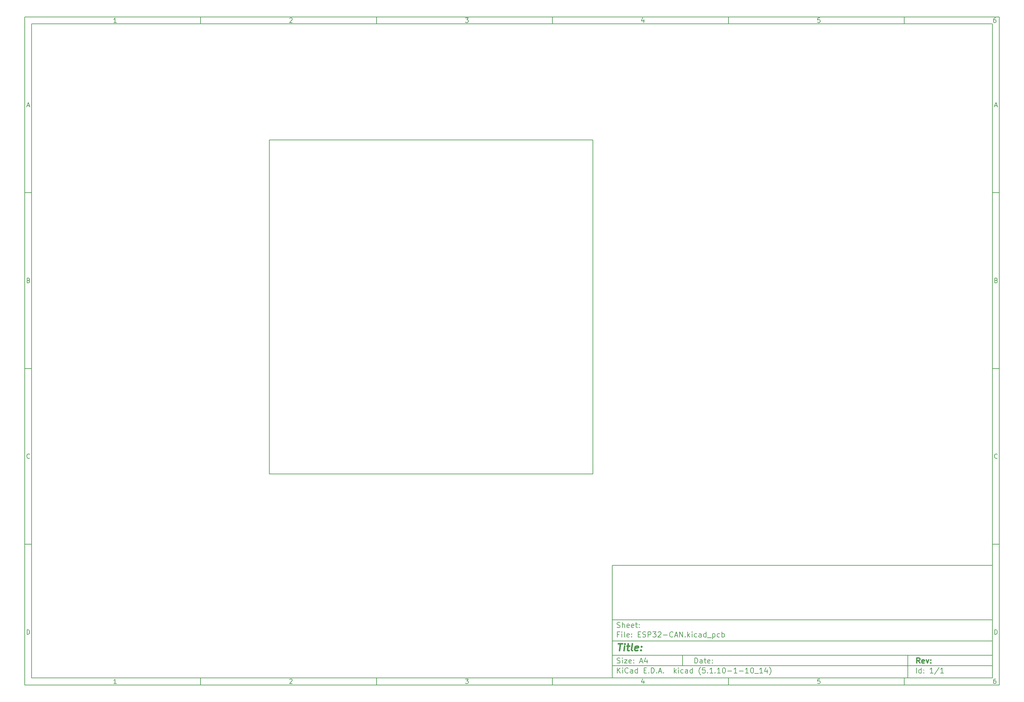
<source format=gm1>
G04 #@! TF.GenerationSoftware,KiCad,Pcbnew,(5.1.10-1-10_14)*
G04 #@! TF.CreationDate,2021-11-05T12:48:00+08:00*
G04 #@! TF.ProjectId,ESP32-CAN,45535033-322d-4434-914e-2e6b69636164,rev?*
G04 #@! TF.SameCoordinates,Original*
G04 #@! TF.FileFunction,Profile,NP*
%FSLAX46Y46*%
G04 Gerber Fmt 4.6, Leading zero omitted, Abs format (unit mm)*
G04 Created by KiCad (PCBNEW (5.1.10-1-10_14)) date 2021-11-05 12:48:00*
%MOMM*%
%LPD*%
G01*
G04 APERTURE LIST*
%ADD10C,0.100000*%
%ADD11C,0.150000*%
%ADD12C,0.300000*%
%ADD13C,0.400000*%
G04 #@! TA.AperFunction,Profile*
%ADD14C,0.150000*%
G04 #@! TD*
G04 APERTURE END LIST*
D10*
D11*
X177002200Y-166007200D02*
X177002200Y-198007200D01*
X285002200Y-198007200D01*
X285002200Y-166007200D01*
X177002200Y-166007200D01*
D10*
D11*
X10000000Y-10000000D02*
X10000000Y-200007200D01*
X287002200Y-200007200D01*
X287002200Y-10000000D01*
X10000000Y-10000000D01*
D10*
D11*
X12000000Y-12000000D02*
X12000000Y-198007200D01*
X285002200Y-198007200D01*
X285002200Y-12000000D01*
X12000000Y-12000000D01*
D10*
D11*
X60000000Y-12000000D02*
X60000000Y-10000000D01*
D10*
D11*
X110000000Y-12000000D02*
X110000000Y-10000000D01*
D10*
D11*
X160000000Y-12000000D02*
X160000000Y-10000000D01*
D10*
D11*
X210000000Y-12000000D02*
X210000000Y-10000000D01*
D10*
D11*
X260000000Y-12000000D02*
X260000000Y-10000000D01*
D10*
D11*
X36065476Y-11588095D02*
X35322619Y-11588095D01*
X35694047Y-11588095D02*
X35694047Y-10288095D01*
X35570238Y-10473809D01*
X35446428Y-10597619D01*
X35322619Y-10659523D01*
D10*
D11*
X85322619Y-10411904D02*
X85384523Y-10350000D01*
X85508333Y-10288095D01*
X85817857Y-10288095D01*
X85941666Y-10350000D01*
X86003571Y-10411904D01*
X86065476Y-10535714D01*
X86065476Y-10659523D01*
X86003571Y-10845238D01*
X85260714Y-11588095D01*
X86065476Y-11588095D01*
D10*
D11*
X135260714Y-10288095D02*
X136065476Y-10288095D01*
X135632142Y-10783333D01*
X135817857Y-10783333D01*
X135941666Y-10845238D01*
X136003571Y-10907142D01*
X136065476Y-11030952D01*
X136065476Y-11340476D01*
X136003571Y-11464285D01*
X135941666Y-11526190D01*
X135817857Y-11588095D01*
X135446428Y-11588095D01*
X135322619Y-11526190D01*
X135260714Y-11464285D01*
D10*
D11*
X185941666Y-10721428D02*
X185941666Y-11588095D01*
X185632142Y-10226190D02*
X185322619Y-11154761D01*
X186127380Y-11154761D01*
D10*
D11*
X236003571Y-10288095D02*
X235384523Y-10288095D01*
X235322619Y-10907142D01*
X235384523Y-10845238D01*
X235508333Y-10783333D01*
X235817857Y-10783333D01*
X235941666Y-10845238D01*
X236003571Y-10907142D01*
X236065476Y-11030952D01*
X236065476Y-11340476D01*
X236003571Y-11464285D01*
X235941666Y-11526190D01*
X235817857Y-11588095D01*
X235508333Y-11588095D01*
X235384523Y-11526190D01*
X235322619Y-11464285D01*
D10*
D11*
X285941666Y-10288095D02*
X285694047Y-10288095D01*
X285570238Y-10350000D01*
X285508333Y-10411904D01*
X285384523Y-10597619D01*
X285322619Y-10845238D01*
X285322619Y-11340476D01*
X285384523Y-11464285D01*
X285446428Y-11526190D01*
X285570238Y-11588095D01*
X285817857Y-11588095D01*
X285941666Y-11526190D01*
X286003571Y-11464285D01*
X286065476Y-11340476D01*
X286065476Y-11030952D01*
X286003571Y-10907142D01*
X285941666Y-10845238D01*
X285817857Y-10783333D01*
X285570238Y-10783333D01*
X285446428Y-10845238D01*
X285384523Y-10907142D01*
X285322619Y-11030952D01*
D10*
D11*
X60000000Y-198007200D02*
X60000000Y-200007200D01*
D10*
D11*
X110000000Y-198007200D02*
X110000000Y-200007200D01*
D10*
D11*
X160000000Y-198007200D02*
X160000000Y-200007200D01*
D10*
D11*
X210000000Y-198007200D02*
X210000000Y-200007200D01*
D10*
D11*
X260000000Y-198007200D02*
X260000000Y-200007200D01*
D10*
D11*
X36065476Y-199595295D02*
X35322619Y-199595295D01*
X35694047Y-199595295D02*
X35694047Y-198295295D01*
X35570238Y-198481009D01*
X35446428Y-198604819D01*
X35322619Y-198666723D01*
D10*
D11*
X85322619Y-198419104D02*
X85384523Y-198357200D01*
X85508333Y-198295295D01*
X85817857Y-198295295D01*
X85941666Y-198357200D01*
X86003571Y-198419104D01*
X86065476Y-198542914D01*
X86065476Y-198666723D01*
X86003571Y-198852438D01*
X85260714Y-199595295D01*
X86065476Y-199595295D01*
D10*
D11*
X135260714Y-198295295D02*
X136065476Y-198295295D01*
X135632142Y-198790533D01*
X135817857Y-198790533D01*
X135941666Y-198852438D01*
X136003571Y-198914342D01*
X136065476Y-199038152D01*
X136065476Y-199347676D01*
X136003571Y-199471485D01*
X135941666Y-199533390D01*
X135817857Y-199595295D01*
X135446428Y-199595295D01*
X135322619Y-199533390D01*
X135260714Y-199471485D01*
D10*
D11*
X185941666Y-198728628D02*
X185941666Y-199595295D01*
X185632142Y-198233390D02*
X185322619Y-199161961D01*
X186127380Y-199161961D01*
D10*
D11*
X236003571Y-198295295D02*
X235384523Y-198295295D01*
X235322619Y-198914342D01*
X235384523Y-198852438D01*
X235508333Y-198790533D01*
X235817857Y-198790533D01*
X235941666Y-198852438D01*
X236003571Y-198914342D01*
X236065476Y-199038152D01*
X236065476Y-199347676D01*
X236003571Y-199471485D01*
X235941666Y-199533390D01*
X235817857Y-199595295D01*
X235508333Y-199595295D01*
X235384523Y-199533390D01*
X235322619Y-199471485D01*
D10*
D11*
X285941666Y-198295295D02*
X285694047Y-198295295D01*
X285570238Y-198357200D01*
X285508333Y-198419104D01*
X285384523Y-198604819D01*
X285322619Y-198852438D01*
X285322619Y-199347676D01*
X285384523Y-199471485D01*
X285446428Y-199533390D01*
X285570238Y-199595295D01*
X285817857Y-199595295D01*
X285941666Y-199533390D01*
X286003571Y-199471485D01*
X286065476Y-199347676D01*
X286065476Y-199038152D01*
X286003571Y-198914342D01*
X285941666Y-198852438D01*
X285817857Y-198790533D01*
X285570238Y-198790533D01*
X285446428Y-198852438D01*
X285384523Y-198914342D01*
X285322619Y-199038152D01*
D10*
D11*
X10000000Y-60000000D02*
X12000000Y-60000000D01*
D10*
D11*
X10000000Y-110000000D02*
X12000000Y-110000000D01*
D10*
D11*
X10000000Y-160000000D02*
X12000000Y-160000000D01*
D10*
D11*
X10690476Y-35216666D02*
X11309523Y-35216666D01*
X10566666Y-35588095D02*
X11000000Y-34288095D01*
X11433333Y-35588095D01*
D10*
D11*
X11092857Y-84907142D02*
X11278571Y-84969047D01*
X11340476Y-85030952D01*
X11402380Y-85154761D01*
X11402380Y-85340476D01*
X11340476Y-85464285D01*
X11278571Y-85526190D01*
X11154761Y-85588095D01*
X10659523Y-85588095D01*
X10659523Y-84288095D01*
X11092857Y-84288095D01*
X11216666Y-84350000D01*
X11278571Y-84411904D01*
X11340476Y-84535714D01*
X11340476Y-84659523D01*
X11278571Y-84783333D01*
X11216666Y-84845238D01*
X11092857Y-84907142D01*
X10659523Y-84907142D01*
D10*
D11*
X11402380Y-135464285D02*
X11340476Y-135526190D01*
X11154761Y-135588095D01*
X11030952Y-135588095D01*
X10845238Y-135526190D01*
X10721428Y-135402380D01*
X10659523Y-135278571D01*
X10597619Y-135030952D01*
X10597619Y-134845238D01*
X10659523Y-134597619D01*
X10721428Y-134473809D01*
X10845238Y-134350000D01*
X11030952Y-134288095D01*
X11154761Y-134288095D01*
X11340476Y-134350000D01*
X11402380Y-134411904D01*
D10*
D11*
X10659523Y-185588095D02*
X10659523Y-184288095D01*
X10969047Y-184288095D01*
X11154761Y-184350000D01*
X11278571Y-184473809D01*
X11340476Y-184597619D01*
X11402380Y-184845238D01*
X11402380Y-185030952D01*
X11340476Y-185278571D01*
X11278571Y-185402380D01*
X11154761Y-185526190D01*
X10969047Y-185588095D01*
X10659523Y-185588095D01*
D10*
D11*
X287002200Y-60000000D02*
X285002200Y-60000000D01*
D10*
D11*
X287002200Y-110000000D02*
X285002200Y-110000000D01*
D10*
D11*
X287002200Y-160000000D02*
X285002200Y-160000000D01*
D10*
D11*
X285692676Y-35216666D02*
X286311723Y-35216666D01*
X285568866Y-35588095D02*
X286002200Y-34288095D01*
X286435533Y-35588095D01*
D10*
D11*
X286095057Y-84907142D02*
X286280771Y-84969047D01*
X286342676Y-85030952D01*
X286404580Y-85154761D01*
X286404580Y-85340476D01*
X286342676Y-85464285D01*
X286280771Y-85526190D01*
X286156961Y-85588095D01*
X285661723Y-85588095D01*
X285661723Y-84288095D01*
X286095057Y-84288095D01*
X286218866Y-84350000D01*
X286280771Y-84411904D01*
X286342676Y-84535714D01*
X286342676Y-84659523D01*
X286280771Y-84783333D01*
X286218866Y-84845238D01*
X286095057Y-84907142D01*
X285661723Y-84907142D01*
D10*
D11*
X286404580Y-135464285D02*
X286342676Y-135526190D01*
X286156961Y-135588095D01*
X286033152Y-135588095D01*
X285847438Y-135526190D01*
X285723628Y-135402380D01*
X285661723Y-135278571D01*
X285599819Y-135030952D01*
X285599819Y-134845238D01*
X285661723Y-134597619D01*
X285723628Y-134473809D01*
X285847438Y-134350000D01*
X286033152Y-134288095D01*
X286156961Y-134288095D01*
X286342676Y-134350000D01*
X286404580Y-134411904D01*
D10*
D11*
X285661723Y-185588095D02*
X285661723Y-184288095D01*
X285971247Y-184288095D01*
X286156961Y-184350000D01*
X286280771Y-184473809D01*
X286342676Y-184597619D01*
X286404580Y-184845238D01*
X286404580Y-185030952D01*
X286342676Y-185278571D01*
X286280771Y-185402380D01*
X286156961Y-185526190D01*
X285971247Y-185588095D01*
X285661723Y-185588095D01*
D10*
D11*
X200434342Y-193785771D02*
X200434342Y-192285771D01*
X200791485Y-192285771D01*
X201005771Y-192357200D01*
X201148628Y-192500057D01*
X201220057Y-192642914D01*
X201291485Y-192928628D01*
X201291485Y-193142914D01*
X201220057Y-193428628D01*
X201148628Y-193571485D01*
X201005771Y-193714342D01*
X200791485Y-193785771D01*
X200434342Y-193785771D01*
X202577200Y-193785771D02*
X202577200Y-193000057D01*
X202505771Y-192857200D01*
X202362914Y-192785771D01*
X202077200Y-192785771D01*
X201934342Y-192857200D01*
X202577200Y-193714342D02*
X202434342Y-193785771D01*
X202077200Y-193785771D01*
X201934342Y-193714342D01*
X201862914Y-193571485D01*
X201862914Y-193428628D01*
X201934342Y-193285771D01*
X202077200Y-193214342D01*
X202434342Y-193214342D01*
X202577200Y-193142914D01*
X203077200Y-192785771D02*
X203648628Y-192785771D01*
X203291485Y-192285771D02*
X203291485Y-193571485D01*
X203362914Y-193714342D01*
X203505771Y-193785771D01*
X203648628Y-193785771D01*
X204720057Y-193714342D02*
X204577200Y-193785771D01*
X204291485Y-193785771D01*
X204148628Y-193714342D01*
X204077200Y-193571485D01*
X204077200Y-193000057D01*
X204148628Y-192857200D01*
X204291485Y-192785771D01*
X204577200Y-192785771D01*
X204720057Y-192857200D01*
X204791485Y-193000057D01*
X204791485Y-193142914D01*
X204077200Y-193285771D01*
X205434342Y-193642914D02*
X205505771Y-193714342D01*
X205434342Y-193785771D01*
X205362914Y-193714342D01*
X205434342Y-193642914D01*
X205434342Y-193785771D01*
X205434342Y-192857200D02*
X205505771Y-192928628D01*
X205434342Y-193000057D01*
X205362914Y-192928628D01*
X205434342Y-192857200D01*
X205434342Y-193000057D01*
D10*
D11*
X177002200Y-194507200D02*
X285002200Y-194507200D01*
D10*
D11*
X178434342Y-196585771D02*
X178434342Y-195085771D01*
X179291485Y-196585771D02*
X178648628Y-195728628D01*
X179291485Y-195085771D02*
X178434342Y-195942914D01*
X179934342Y-196585771D02*
X179934342Y-195585771D01*
X179934342Y-195085771D02*
X179862914Y-195157200D01*
X179934342Y-195228628D01*
X180005771Y-195157200D01*
X179934342Y-195085771D01*
X179934342Y-195228628D01*
X181505771Y-196442914D02*
X181434342Y-196514342D01*
X181220057Y-196585771D01*
X181077200Y-196585771D01*
X180862914Y-196514342D01*
X180720057Y-196371485D01*
X180648628Y-196228628D01*
X180577200Y-195942914D01*
X180577200Y-195728628D01*
X180648628Y-195442914D01*
X180720057Y-195300057D01*
X180862914Y-195157200D01*
X181077200Y-195085771D01*
X181220057Y-195085771D01*
X181434342Y-195157200D01*
X181505771Y-195228628D01*
X182791485Y-196585771D02*
X182791485Y-195800057D01*
X182720057Y-195657200D01*
X182577200Y-195585771D01*
X182291485Y-195585771D01*
X182148628Y-195657200D01*
X182791485Y-196514342D02*
X182648628Y-196585771D01*
X182291485Y-196585771D01*
X182148628Y-196514342D01*
X182077200Y-196371485D01*
X182077200Y-196228628D01*
X182148628Y-196085771D01*
X182291485Y-196014342D01*
X182648628Y-196014342D01*
X182791485Y-195942914D01*
X184148628Y-196585771D02*
X184148628Y-195085771D01*
X184148628Y-196514342D02*
X184005771Y-196585771D01*
X183720057Y-196585771D01*
X183577200Y-196514342D01*
X183505771Y-196442914D01*
X183434342Y-196300057D01*
X183434342Y-195871485D01*
X183505771Y-195728628D01*
X183577200Y-195657200D01*
X183720057Y-195585771D01*
X184005771Y-195585771D01*
X184148628Y-195657200D01*
X186005771Y-195800057D02*
X186505771Y-195800057D01*
X186720057Y-196585771D02*
X186005771Y-196585771D01*
X186005771Y-195085771D01*
X186720057Y-195085771D01*
X187362914Y-196442914D02*
X187434342Y-196514342D01*
X187362914Y-196585771D01*
X187291485Y-196514342D01*
X187362914Y-196442914D01*
X187362914Y-196585771D01*
X188077200Y-196585771D02*
X188077200Y-195085771D01*
X188434342Y-195085771D01*
X188648628Y-195157200D01*
X188791485Y-195300057D01*
X188862914Y-195442914D01*
X188934342Y-195728628D01*
X188934342Y-195942914D01*
X188862914Y-196228628D01*
X188791485Y-196371485D01*
X188648628Y-196514342D01*
X188434342Y-196585771D01*
X188077200Y-196585771D01*
X189577200Y-196442914D02*
X189648628Y-196514342D01*
X189577200Y-196585771D01*
X189505771Y-196514342D01*
X189577200Y-196442914D01*
X189577200Y-196585771D01*
X190220057Y-196157200D02*
X190934342Y-196157200D01*
X190077200Y-196585771D02*
X190577200Y-195085771D01*
X191077200Y-196585771D01*
X191577200Y-196442914D02*
X191648628Y-196514342D01*
X191577200Y-196585771D01*
X191505771Y-196514342D01*
X191577200Y-196442914D01*
X191577200Y-196585771D01*
X194577200Y-196585771D02*
X194577200Y-195085771D01*
X194720057Y-196014342D02*
X195148628Y-196585771D01*
X195148628Y-195585771D02*
X194577200Y-196157200D01*
X195791485Y-196585771D02*
X195791485Y-195585771D01*
X195791485Y-195085771D02*
X195720057Y-195157200D01*
X195791485Y-195228628D01*
X195862914Y-195157200D01*
X195791485Y-195085771D01*
X195791485Y-195228628D01*
X197148628Y-196514342D02*
X197005771Y-196585771D01*
X196720057Y-196585771D01*
X196577200Y-196514342D01*
X196505771Y-196442914D01*
X196434342Y-196300057D01*
X196434342Y-195871485D01*
X196505771Y-195728628D01*
X196577200Y-195657200D01*
X196720057Y-195585771D01*
X197005771Y-195585771D01*
X197148628Y-195657200D01*
X198434342Y-196585771D02*
X198434342Y-195800057D01*
X198362914Y-195657200D01*
X198220057Y-195585771D01*
X197934342Y-195585771D01*
X197791485Y-195657200D01*
X198434342Y-196514342D02*
X198291485Y-196585771D01*
X197934342Y-196585771D01*
X197791485Y-196514342D01*
X197720057Y-196371485D01*
X197720057Y-196228628D01*
X197791485Y-196085771D01*
X197934342Y-196014342D01*
X198291485Y-196014342D01*
X198434342Y-195942914D01*
X199791485Y-196585771D02*
X199791485Y-195085771D01*
X199791485Y-196514342D02*
X199648628Y-196585771D01*
X199362914Y-196585771D01*
X199220057Y-196514342D01*
X199148628Y-196442914D01*
X199077200Y-196300057D01*
X199077200Y-195871485D01*
X199148628Y-195728628D01*
X199220057Y-195657200D01*
X199362914Y-195585771D01*
X199648628Y-195585771D01*
X199791485Y-195657200D01*
X202077200Y-197157200D02*
X202005771Y-197085771D01*
X201862914Y-196871485D01*
X201791485Y-196728628D01*
X201720057Y-196514342D01*
X201648628Y-196157200D01*
X201648628Y-195871485D01*
X201720057Y-195514342D01*
X201791485Y-195300057D01*
X201862914Y-195157200D01*
X202005771Y-194942914D01*
X202077200Y-194871485D01*
X203362914Y-195085771D02*
X202648628Y-195085771D01*
X202577200Y-195800057D01*
X202648628Y-195728628D01*
X202791485Y-195657200D01*
X203148628Y-195657200D01*
X203291485Y-195728628D01*
X203362914Y-195800057D01*
X203434342Y-195942914D01*
X203434342Y-196300057D01*
X203362914Y-196442914D01*
X203291485Y-196514342D01*
X203148628Y-196585771D01*
X202791485Y-196585771D01*
X202648628Y-196514342D01*
X202577200Y-196442914D01*
X204077200Y-196442914D02*
X204148628Y-196514342D01*
X204077200Y-196585771D01*
X204005771Y-196514342D01*
X204077200Y-196442914D01*
X204077200Y-196585771D01*
X205577200Y-196585771D02*
X204720057Y-196585771D01*
X205148628Y-196585771D02*
X205148628Y-195085771D01*
X205005771Y-195300057D01*
X204862914Y-195442914D01*
X204720057Y-195514342D01*
X206220057Y-196442914D02*
X206291485Y-196514342D01*
X206220057Y-196585771D01*
X206148628Y-196514342D01*
X206220057Y-196442914D01*
X206220057Y-196585771D01*
X207720057Y-196585771D02*
X206862914Y-196585771D01*
X207291485Y-196585771D02*
X207291485Y-195085771D01*
X207148628Y-195300057D01*
X207005771Y-195442914D01*
X206862914Y-195514342D01*
X208648628Y-195085771D02*
X208791485Y-195085771D01*
X208934342Y-195157200D01*
X209005771Y-195228628D01*
X209077200Y-195371485D01*
X209148628Y-195657200D01*
X209148628Y-196014342D01*
X209077200Y-196300057D01*
X209005771Y-196442914D01*
X208934342Y-196514342D01*
X208791485Y-196585771D01*
X208648628Y-196585771D01*
X208505771Y-196514342D01*
X208434342Y-196442914D01*
X208362914Y-196300057D01*
X208291485Y-196014342D01*
X208291485Y-195657200D01*
X208362914Y-195371485D01*
X208434342Y-195228628D01*
X208505771Y-195157200D01*
X208648628Y-195085771D01*
X209791485Y-196014342D02*
X210934342Y-196014342D01*
X212434342Y-196585771D02*
X211577200Y-196585771D01*
X212005771Y-196585771D02*
X212005771Y-195085771D01*
X211862914Y-195300057D01*
X211720057Y-195442914D01*
X211577200Y-195514342D01*
X213077200Y-196014342D02*
X214220057Y-196014342D01*
X215720057Y-196585771D02*
X214862914Y-196585771D01*
X215291485Y-196585771D02*
X215291485Y-195085771D01*
X215148628Y-195300057D01*
X215005771Y-195442914D01*
X214862914Y-195514342D01*
X216648628Y-195085771D02*
X216791485Y-195085771D01*
X216934342Y-195157200D01*
X217005771Y-195228628D01*
X217077200Y-195371485D01*
X217148628Y-195657200D01*
X217148628Y-196014342D01*
X217077200Y-196300057D01*
X217005771Y-196442914D01*
X216934342Y-196514342D01*
X216791485Y-196585771D01*
X216648628Y-196585771D01*
X216505771Y-196514342D01*
X216434342Y-196442914D01*
X216362914Y-196300057D01*
X216291485Y-196014342D01*
X216291485Y-195657200D01*
X216362914Y-195371485D01*
X216434342Y-195228628D01*
X216505771Y-195157200D01*
X216648628Y-195085771D01*
X217434342Y-196728628D02*
X218577200Y-196728628D01*
X219720057Y-196585771D02*
X218862914Y-196585771D01*
X219291485Y-196585771D02*
X219291485Y-195085771D01*
X219148628Y-195300057D01*
X219005771Y-195442914D01*
X218862914Y-195514342D01*
X221005771Y-195585771D02*
X221005771Y-196585771D01*
X220648628Y-195014342D02*
X220291485Y-196085771D01*
X221220057Y-196085771D01*
X221648628Y-197157200D02*
X221720057Y-197085771D01*
X221862914Y-196871485D01*
X221934342Y-196728628D01*
X222005771Y-196514342D01*
X222077200Y-196157200D01*
X222077200Y-195871485D01*
X222005771Y-195514342D01*
X221934342Y-195300057D01*
X221862914Y-195157200D01*
X221720057Y-194942914D01*
X221648628Y-194871485D01*
D10*
D11*
X177002200Y-191507200D02*
X285002200Y-191507200D01*
D10*
D12*
X264411485Y-193785771D02*
X263911485Y-193071485D01*
X263554342Y-193785771D02*
X263554342Y-192285771D01*
X264125771Y-192285771D01*
X264268628Y-192357200D01*
X264340057Y-192428628D01*
X264411485Y-192571485D01*
X264411485Y-192785771D01*
X264340057Y-192928628D01*
X264268628Y-193000057D01*
X264125771Y-193071485D01*
X263554342Y-193071485D01*
X265625771Y-193714342D02*
X265482914Y-193785771D01*
X265197200Y-193785771D01*
X265054342Y-193714342D01*
X264982914Y-193571485D01*
X264982914Y-193000057D01*
X265054342Y-192857200D01*
X265197200Y-192785771D01*
X265482914Y-192785771D01*
X265625771Y-192857200D01*
X265697200Y-193000057D01*
X265697200Y-193142914D01*
X264982914Y-193285771D01*
X266197200Y-192785771D02*
X266554342Y-193785771D01*
X266911485Y-192785771D01*
X267482914Y-193642914D02*
X267554342Y-193714342D01*
X267482914Y-193785771D01*
X267411485Y-193714342D01*
X267482914Y-193642914D01*
X267482914Y-193785771D01*
X267482914Y-192857200D02*
X267554342Y-192928628D01*
X267482914Y-193000057D01*
X267411485Y-192928628D01*
X267482914Y-192857200D01*
X267482914Y-193000057D01*
D10*
D11*
X178362914Y-193714342D02*
X178577200Y-193785771D01*
X178934342Y-193785771D01*
X179077200Y-193714342D01*
X179148628Y-193642914D01*
X179220057Y-193500057D01*
X179220057Y-193357200D01*
X179148628Y-193214342D01*
X179077200Y-193142914D01*
X178934342Y-193071485D01*
X178648628Y-193000057D01*
X178505771Y-192928628D01*
X178434342Y-192857200D01*
X178362914Y-192714342D01*
X178362914Y-192571485D01*
X178434342Y-192428628D01*
X178505771Y-192357200D01*
X178648628Y-192285771D01*
X179005771Y-192285771D01*
X179220057Y-192357200D01*
X179862914Y-193785771D02*
X179862914Y-192785771D01*
X179862914Y-192285771D02*
X179791485Y-192357200D01*
X179862914Y-192428628D01*
X179934342Y-192357200D01*
X179862914Y-192285771D01*
X179862914Y-192428628D01*
X180434342Y-192785771D02*
X181220057Y-192785771D01*
X180434342Y-193785771D01*
X181220057Y-193785771D01*
X182362914Y-193714342D02*
X182220057Y-193785771D01*
X181934342Y-193785771D01*
X181791485Y-193714342D01*
X181720057Y-193571485D01*
X181720057Y-193000057D01*
X181791485Y-192857200D01*
X181934342Y-192785771D01*
X182220057Y-192785771D01*
X182362914Y-192857200D01*
X182434342Y-193000057D01*
X182434342Y-193142914D01*
X181720057Y-193285771D01*
X183077200Y-193642914D02*
X183148628Y-193714342D01*
X183077200Y-193785771D01*
X183005771Y-193714342D01*
X183077200Y-193642914D01*
X183077200Y-193785771D01*
X183077200Y-192857200D02*
X183148628Y-192928628D01*
X183077200Y-193000057D01*
X183005771Y-192928628D01*
X183077200Y-192857200D01*
X183077200Y-193000057D01*
X184862914Y-193357200D02*
X185577200Y-193357200D01*
X184720057Y-193785771D02*
X185220057Y-192285771D01*
X185720057Y-193785771D01*
X186862914Y-192785771D02*
X186862914Y-193785771D01*
X186505771Y-192214342D02*
X186148628Y-193285771D01*
X187077200Y-193285771D01*
D10*
D11*
X263434342Y-196585771D02*
X263434342Y-195085771D01*
X264791485Y-196585771D02*
X264791485Y-195085771D01*
X264791485Y-196514342D02*
X264648628Y-196585771D01*
X264362914Y-196585771D01*
X264220057Y-196514342D01*
X264148628Y-196442914D01*
X264077200Y-196300057D01*
X264077200Y-195871485D01*
X264148628Y-195728628D01*
X264220057Y-195657200D01*
X264362914Y-195585771D01*
X264648628Y-195585771D01*
X264791485Y-195657200D01*
X265505771Y-196442914D02*
X265577200Y-196514342D01*
X265505771Y-196585771D01*
X265434342Y-196514342D01*
X265505771Y-196442914D01*
X265505771Y-196585771D01*
X265505771Y-195657200D02*
X265577200Y-195728628D01*
X265505771Y-195800057D01*
X265434342Y-195728628D01*
X265505771Y-195657200D01*
X265505771Y-195800057D01*
X268148628Y-196585771D02*
X267291485Y-196585771D01*
X267720057Y-196585771D02*
X267720057Y-195085771D01*
X267577200Y-195300057D01*
X267434342Y-195442914D01*
X267291485Y-195514342D01*
X269862914Y-195014342D02*
X268577200Y-196942914D01*
X271148628Y-196585771D02*
X270291485Y-196585771D01*
X270720057Y-196585771D02*
X270720057Y-195085771D01*
X270577200Y-195300057D01*
X270434342Y-195442914D01*
X270291485Y-195514342D01*
D10*
D11*
X177002200Y-187507200D02*
X285002200Y-187507200D01*
D10*
D13*
X178714580Y-188211961D02*
X179857438Y-188211961D01*
X179036009Y-190211961D02*
X179286009Y-188211961D01*
X180274104Y-190211961D02*
X180440771Y-188878628D01*
X180524104Y-188211961D02*
X180416961Y-188307200D01*
X180500295Y-188402438D01*
X180607438Y-188307200D01*
X180524104Y-188211961D01*
X180500295Y-188402438D01*
X181107438Y-188878628D02*
X181869342Y-188878628D01*
X181476485Y-188211961D02*
X181262200Y-189926247D01*
X181333628Y-190116723D01*
X181512200Y-190211961D01*
X181702676Y-190211961D01*
X182655057Y-190211961D02*
X182476485Y-190116723D01*
X182405057Y-189926247D01*
X182619342Y-188211961D01*
X184190771Y-190116723D02*
X183988390Y-190211961D01*
X183607438Y-190211961D01*
X183428866Y-190116723D01*
X183357438Y-189926247D01*
X183452676Y-189164342D01*
X183571723Y-188973866D01*
X183774104Y-188878628D01*
X184155057Y-188878628D01*
X184333628Y-188973866D01*
X184405057Y-189164342D01*
X184381247Y-189354819D01*
X183405057Y-189545295D01*
X185155057Y-190021485D02*
X185238390Y-190116723D01*
X185131247Y-190211961D01*
X185047914Y-190116723D01*
X185155057Y-190021485D01*
X185131247Y-190211961D01*
X185286009Y-188973866D02*
X185369342Y-189069104D01*
X185262200Y-189164342D01*
X185178866Y-189069104D01*
X185286009Y-188973866D01*
X185262200Y-189164342D01*
D10*
D11*
X178934342Y-185600057D02*
X178434342Y-185600057D01*
X178434342Y-186385771D02*
X178434342Y-184885771D01*
X179148628Y-184885771D01*
X179720057Y-186385771D02*
X179720057Y-185385771D01*
X179720057Y-184885771D02*
X179648628Y-184957200D01*
X179720057Y-185028628D01*
X179791485Y-184957200D01*
X179720057Y-184885771D01*
X179720057Y-185028628D01*
X180648628Y-186385771D02*
X180505771Y-186314342D01*
X180434342Y-186171485D01*
X180434342Y-184885771D01*
X181791485Y-186314342D02*
X181648628Y-186385771D01*
X181362914Y-186385771D01*
X181220057Y-186314342D01*
X181148628Y-186171485D01*
X181148628Y-185600057D01*
X181220057Y-185457200D01*
X181362914Y-185385771D01*
X181648628Y-185385771D01*
X181791485Y-185457200D01*
X181862914Y-185600057D01*
X181862914Y-185742914D01*
X181148628Y-185885771D01*
X182505771Y-186242914D02*
X182577200Y-186314342D01*
X182505771Y-186385771D01*
X182434342Y-186314342D01*
X182505771Y-186242914D01*
X182505771Y-186385771D01*
X182505771Y-185457200D02*
X182577200Y-185528628D01*
X182505771Y-185600057D01*
X182434342Y-185528628D01*
X182505771Y-185457200D01*
X182505771Y-185600057D01*
X184362914Y-185600057D02*
X184862914Y-185600057D01*
X185077200Y-186385771D02*
X184362914Y-186385771D01*
X184362914Y-184885771D01*
X185077200Y-184885771D01*
X185648628Y-186314342D02*
X185862914Y-186385771D01*
X186220057Y-186385771D01*
X186362914Y-186314342D01*
X186434342Y-186242914D01*
X186505771Y-186100057D01*
X186505771Y-185957200D01*
X186434342Y-185814342D01*
X186362914Y-185742914D01*
X186220057Y-185671485D01*
X185934342Y-185600057D01*
X185791485Y-185528628D01*
X185720057Y-185457200D01*
X185648628Y-185314342D01*
X185648628Y-185171485D01*
X185720057Y-185028628D01*
X185791485Y-184957200D01*
X185934342Y-184885771D01*
X186291485Y-184885771D01*
X186505771Y-184957200D01*
X187148628Y-186385771D02*
X187148628Y-184885771D01*
X187720057Y-184885771D01*
X187862914Y-184957200D01*
X187934342Y-185028628D01*
X188005771Y-185171485D01*
X188005771Y-185385771D01*
X187934342Y-185528628D01*
X187862914Y-185600057D01*
X187720057Y-185671485D01*
X187148628Y-185671485D01*
X188505771Y-184885771D02*
X189434342Y-184885771D01*
X188934342Y-185457200D01*
X189148628Y-185457200D01*
X189291485Y-185528628D01*
X189362914Y-185600057D01*
X189434342Y-185742914D01*
X189434342Y-186100057D01*
X189362914Y-186242914D01*
X189291485Y-186314342D01*
X189148628Y-186385771D01*
X188720057Y-186385771D01*
X188577200Y-186314342D01*
X188505771Y-186242914D01*
X190005771Y-185028628D02*
X190077200Y-184957200D01*
X190220057Y-184885771D01*
X190577200Y-184885771D01*
X190720057Y-184957200D01*
X190791485Y-185028628D01*
X190862914Y-185171485D01*
X190862914Y-185314342D01*
X190791485Y-185528628D01*
X189934342Y-186385771D01*
X190862914Y-186385771D01*
X191505771Y-185814342D02*
X192648628Y-185814342D01*
X194220057Y-186242914D02*
X194148628Y-186314342D01*
X193934342Y-186385771D01*
X193791485Y-186385771D01*
X193577200Y-186314342D01*
X193434342Y-186171485D01*
X193362914Y-186028628D01*
X193291485Y-185742914D01*
X193291485Y-185528628D01*
X193362914Y-185242914D01*
X193434342Y-185100057D01*
X193577200Y-184957200D01*
X193791485Y-184885771D01*
X193934342Y-184885771D01*
X194148628Y-184957200D01*
X194220057Y-185028628D01*
X194791485Y-185957200D02*
X195505771Y-185957200D01*
X194648628Y-186385771D02*
X195148628Y-184885771D01*
X195648628Y-186385771D01*
X196148628Y-186385771D02*
X196148628Y-184885771D01*
X197005771Y-186385771D01*
X197005771Y-184885771D01*
X197720057Y-186242914D02*
X197791485Y-186314342D01*
X197720057Y-186385771D01*
X197648628Y-186314342D01*
X197720057Y-186242914D01*
X197720057Y-186385771D01*
X198434342Y-186385771D02*
X198434342Y-184885771D01*
X198577200Y-185814342D02*
X199005771Y-186385771D01*
X199005771Y-185385771D02*
X198434342Y-185957200D01*
X199648628Y-186385771D02*
X199648628Y-185385771D01*
X199648628Y-184885771D02*
X199577200Y-184957200D01*
X199648628Y-185028628D01*
X199720057Y-184957200D01*
X199648628Y-184885771D01*
X199648628Y-185028628D01*
X201005771Y-186314342D02*
X200862914Y-186385771D01*
X200577200Y-186385771D01*
X200434342Y-186314342D01*
X200362914Y-186242914D01*
X200291485Y-186100057D01*
X200291485Y-185671485D01*
X200362914Y-185528628D01*
X200434342Y-185457200D01*
X200577200Y-185385771D01*
X200862914Y-185385771D01*
X201005771Y-185457200D01*
X202291485Y-186385771D02*
X202291485Y-185600057D01*
X202220057Y-185457200D01*
X202077200Y-185385771D01*
X201791485Y-185385771D01*
X201648628Y-185457200D01*
X202291485Y-186314342D02*
X202148628Y-186385771D01*
X201791485Y-186385771D01*
X201648628Y-186314342D01*
X201577200Y-186171485D01*
X201577200Y-186028628D01*
X201648628Y-185885771D01*
X201791485Y-185814342D01*
X202148628Y-185814342D01*
X202291485Y-185742914D01*
X203648628Y-186385771D02*
X203648628Y-184885771D01*
X203648628Y-186314342D02*
X203505771Y-186385771D01*
X203220057Y-186385771D01*
X203077200Y-186314342D01*
X203005771Y-186242914D01*
X202934342Y-186100057D01*
X202934342Y-185671485D01*
X203005771Y-185528628D01*
X203077200Y-185457200D01*
X203220057Y-185385771D01*
X203505771Y-185385771D01*
X203648628Y-185457200D01*
X204005771Y-186528628D02*
X205148628Y-186528628D01*
X205505771Y-185385771D02*
X205505771Y-186885771D01*
X205505771Y-185457200D02*
X205648628Y-185385771D01*
X205934342Y-185385771D01*
X206077200Y-185457200D01*
X206148628Y-185528628D01*
X206220057Y-185671485D01*
X206220057Y-186100057D01*
X206148628Y-186242914D01*
X206077200Y-186314342D01*
X205934342Y-186385771D01*
X205648628Y-186385771D01*
X205505771Y-186314342D01*
X207505771Y-186314342D02*
X207362914Y-186385771D01*
X207077200Y-186385771D01*
X206934342Y-186314342D01*
X206862914Y-186242914D01*
X206791485Y-186100057D01*
X206791485Y-185671485D01*
X206862914Y-185528628D01*
X206934342Y-185457200D01*
X207077200Y-185385771D01*
X207362914Y-185385771D01*
X207505771Y-185457200D01*
X208148628Y-186385771D02*
X208148628Y-184885771D01*
X208148628Y-185457200D02*
X208291485Y-185385771D01*
X208577200Y-185385771D01*
X208720057Y-185457200D01*
X208791485Y-185528628D01*
X208862914Y-185671485D01*
X208862914Y-186100057D01*
X208791485Y-186242914D01*
X208720057Y-186314342D01*
X208577200Y-186385771D01*
X208291485Y-186385771D01*
X208148628Y-186314342D01*
D10*
D11*
X177002200Y-181507200D02*
X285002200Y-181507200D01*
D10*
D11*
X178362914Y-183614342D02*
X178577200Y-183685771D01*
X178934342Y-183685771D01*
X179077200Y-183614342D01*
X179148628Y-183542914D01*
X179220057Y-183400057D01*
X179220057Y-183257200D01*
X179148628Y-183114342D01*
X179077200Y-183042914D01*
X178934342Y-182971485D01*
X178648628Y-182900057D01*
X178505771Y-182828628D01*
X178434342Y-182757200D01*
X178362914Y-182614342D01*
X178362914Y-182471485D01*
X178434342Y-182328628D01*
X178505771Y-182257200D01*
X178648628Y-182185771D01*
X179005771Y-182185771D01*
X179220057Y-182257200D01*
X179862914Y-183685771D02*
X179862914Y-182185771D01*
X180505771Y-183685771D02*
X180505771Y-182900057D01*
X180434342Y-182757200D01*
X180291485Y-182685771D01*
X180077200Y-182685771D01*
X179934342Y-182757200D01*
X179862914Y-182828628D01*
X181791485Y-183614342D02*
X181648628Y-183685771D01*
X181362914Y-183685771D01*
X181220057Y-183614342D01*
X181148628Y-183471485D01*
X181148628Y-182900057D01*
X181220057Y-182757200D01*
X181362914Y-182685771D01*
X181648628Y-182685771D01*
X181791485Y-182757200D01*
X181862914Y-182900057D01*
X181862914Y-183042914D01*
X181148628Y-183185771D01*
X183077200Y-183614342D02*
X182934342Y-183685771D01*
X182648628Y-183685771D01*
X182505771Y-183614342D01*
X182434342Y-183471485D01*
X182434342Y-182900057D01*
X182505771Y-182757200D01*
X182648628Y-182685771D01*
X182934342Y-182685771D01*
X183077200Y-182757200D01*
X183148628Y-182900057D01*
X183148628Y-183042914D01*
X182434342Y-183185771D01*
X183577200Y-182685771D02*
X184148628Y-182685771D01*
X183791485Y-182185771D02*
X183791485Y-183471485D01*
X183862914Y-183614342D01*
X184005771Y-183685771D01*
X184148628Y-183685771D01*
X184648628Y-183542914D02*
X184720057Y-183614342D01*
X184648628Y-183685771D01*
X184577200Y-183614342D01*
X184648628Y-183542914D01*
X184648628Y-183685771D01*
X184648628Y-182757200D02*
X184720057Y-182828628D01*
X184648628Y-182900057D01*
X184577200Y-182828628D01*
X184648628Y-182757200D01*
X184648628Y-182900057D01*
D10*
D11*
X197002200Y-191507200D02*
X197002200Y-194507200D01*
D10*
D11*
X261002200Y-191507200D02*
X261002200Y-198007200D01*
D14*
X171500000Y-45000000D02*
X171500000Y-140000000D01*
X79500000Y-45000000D02*
X171500000Y-45000000D01*
X79500000Y-140000000D02*
X79500000Y-45000000D01*
X171500000Y-140000000D02*
X79500000Y-140000000D01*
M02*

</source>
